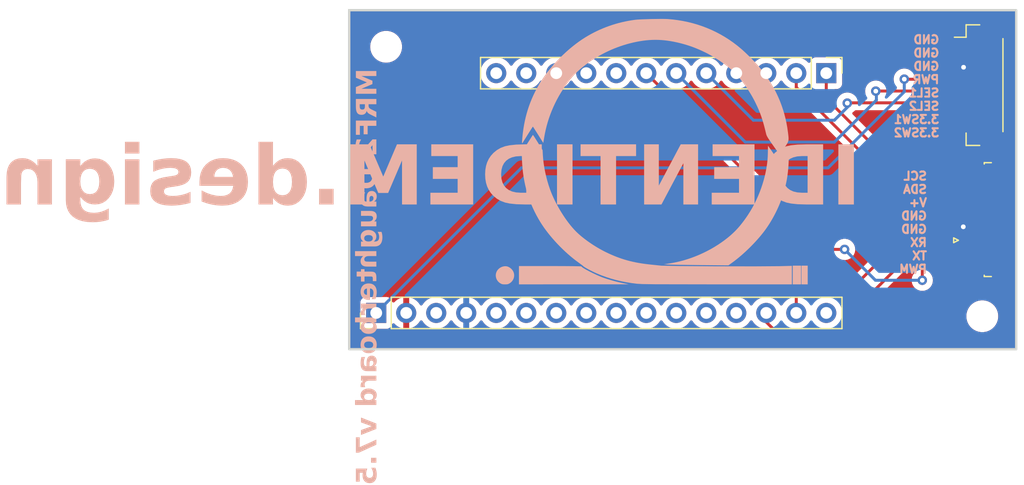
<source format=kicad_pcb>
(kicad_pcb (version 20241229) (generator "pcbnew") (generator_version "9.0")
  (layers (0 "F.Cu" signal) (2 "B.Cu" signal) (13 "F.Paste" user) (15 "B.Paste" user) (5 "F.SilkS" user "F.Silkscreen") (7 "B.SilkS" user "B.Silkscreen") (1 "F.Mask" user) (3 "B.Mask" user) (25 "Edge.Cuts" user))
  (net 0 "")
  (net 1 "Net-(J2-Pin_6)")
  (net 2 "/GND")
  (net 3 "Net-(J1-Pin_1)")
  (net 6 "/3.3V")
  (net 15 "Net-(J1-Pin_14)")
  (net 16 "Net-(J1-Pin_15)")
  (net 18 "Net-(J2-Pin_1)")
  (net 19 "Net-(J2-Pin_2)")
  (net 22 "Net-(J2-Pin_5)")
  (net 23 "Net-(J2-Pin_7)")
  (net 29 "Net-(J3-Pin_6)")
  (footprint "Connector_PinHeader_2.54mm:PinHeader_1x12_P2.54mm_Vertical" (layer "F.Cu") (at 146.05 101.6 -90)
    (property "Reference" "J2" (hide yes))
    (property "Value" "Feather-2" (hide yes))
    (fp_line (start -1.33 29.27) (end 1.33 29.27) (stroke (width 0.12)) (layer "F.SilkS"))
    (fp_line (start -1.33 1.27) (end -1.33 29.27) (stroke (width 0.12)) (layer "F.SilkS"))
    (fp_line (start -1.33 1.27) (end 1.33 1.27) (stroke (width 0.12)) (layer "F.SilkS"))
    (fp_line (start 1.33 1.27) (end 1.33 29.27) (stroke (width 0.12)) (layer "F.SilkS"))
    (fp_line (start -1.33 0) (end -1.33 -1.33) (stroke (width 0.12)) (layer "F.SilkS"))
    (fp_line (start -1.33 -1.33) (end 0 -1.33) (stroke (width 0.12)) (layer "F.SilkS"))
    (pad "1" thru_hole rect (at 0 0 270) (size 1.7 1.7) (drill 1) (layers "*.Cu" "*.Mask") (net 18 "Net-(J2-Pin_1)"))
    (pad "2" thru_hole oval (at 0 2.54 270) (size 1.7 1.7) (drill 1) (layers "*.Cu" "*.Mask") (net 19 "Net-(J2-Pin_2)"))
    (pad "3" thru_hole oval (at 0 5.08 270) (size 1.7 1.7) (drill 1) (layers "*.Cu" "*.Mask"))
    (pad "4" thru_hole oval (at 0 7.62 270) (size 1.7 1.7) (drill 1) (layers "*.Cu" "*.Mask"))
    (pad "5" thru_hole oval (at 0 10.16 270) (size 1.7 1.7) (drill 1) (layers "*.Cu" "*.Mask") (net 22 "Net-(J2-Pin_5)"))
    (pad "6" thru_hole oval (at 0 12.7 270) (size 1.7 1.7) (drill 1) (layers "*.Cu" "*.Mask") (net 1 "Net-(J2-Pin_6)"))
    (pad "7" thru_hole oval (at 0 15.24 270) (size 1.7 1.7) (drill 1) (layers "*.Cu" "*.Mask") (net 23 "Net-(J2-Pin_7)"))
    (pad "8" thru_hole oval (at 0 17.78 270) (size 1.7 1.7) (drill 1) (layers "*.Cu" "*.Mask"))
    (pad "9" thru_hole oval (at 0 20.32 270) (size 1.7 1.7) (drill 1) (layers "*.Cu" "*.Mask"))
    (pad "10" thru_hole oval (at 0 22.86 270) (size 1.7 1.7) (drill 1) (layers "*.Cu" "*.Mask"))
    (pad "11" thru_hole oval (at 0 25.4 270) (size 1.7 1.7) (drill 1) (layers "*.Cu" "*.Mask"))
    (pad "12" thru_hole oval (at 0 27.94 270) (size 1.7 1.7) (drill 1) (layers "*.Cu" "*.Mask"))
  )
  (footprint "Connector_JST:JST_SH_BM08B-SRSS-TB_1x08-1MP_P1.00mm_Vertical" (layer "F.Cu") (at 158.9978 102.6154 -90)
    (property "Reference" "J4" (hide yes))
    (property "Value" "Conn_01x08" (hide yes))
    (fp_line (start -5.11 1.11) (end -4.06 1.11) (stroke (width 0.12)) (layer "F.SilkS"))
    (fp_line (start -4.06 1.11) (end -4.06 2.1) (stroke (width 0.12)) (layer "F.SilkS"))
    (fp_line (start 5.11 1.11) (end 4.06 1.11) (stroke (width 0.12)) (layer "F.SilkS"))
    (fp_line (start -5.11 -0.04) (end -5.11 1.11) (stroke (width 0.12)) (layer "F.SilkS"))
    (fp_line (start 5.11 -0.04) (end 5.11 1.11) (stroke (width 0.12)) (layer "F.SilkS"))
    (fp_line (start -3.94 -2.01) (end 3.94 -2.01) (stroke (width 0.12)) (layer "F.SilkS"))
    (pad "1" smd roundrect (at -3.5 1.325 270) (size 0.6 1.55) (layers "F.Cu" "F.Mask" "F.Paste") (net 2 "/GND"))
    (pad "2" smd roundrect (at -2.5 1.325 270) (size 0.6 1.55) (layers "F.Cu" "F.Mask" "F.Paste") (net 2 "/GND"))
    (pad "3" smd roundrect (at -1.5 1.325 270) (size 0.6 1.55) (layers "F.Cu" "F.Mask" "F.Paste") (net 2 "/GND"))
    (pad "4" smd roundrect (at -0.5 1.325 270) (size 0.6 1.55) (layers "F.Cu" "F.Mask" "F.Paste") (net 3 "Net-(J1-Pin_1)"))
    (pad "5" smd roundrect (at 0.5 1.325 270) (size 0.6 1.55) (layers "F.Cu" "F.Mask" "F.Paste") (net 1 "Net-(J2-Pin_6)"))
    (pad "6" smd roundrect (at 1.5 1.325 270) (size 0.6 1.55) (layers "F.Cu" "F.Mask" "F.Paste") (net 22 "Net-(J2-Pin_5)"))
    (pad "7" smd roundrect (at 2.5 1.325 270) (size 0.6 1.55) (layers "F.Cu" "F.Mask" "F.Paste") (net 6 "/3.3V"))
    (pad "8" smd roundrect (at 3.5 1.325 270) (size 0.6 1.55) (layers "F.Cu" "F.Mask" "F.Paste") (net 29 "Net-(J3-Pin_6)"))
    (pad "MP" smd roundrect (at -4.8 -1.2 270) (size 1.2 1.8) (layers "F.Cu" "F.Mask" "F.Paste") (roundrect_rratio 0.208333))
    (pad "MP" smd roundrect (at 4.8 -1.2 270) (size 1.2 1.8) (layers "F.Cu" "F.Mask" "F.Paste") (roundrect_rratio 0.208333))
  )
  (footprint "Connector_PinHeader_2.54mm:PinHeader_1x16_P2.54mm_Vertical" (layer "F.Cu") (at 107.95 121.92 90)
    (property "Reference" "J1" (hide yes))
    (property "Value" "Feather-1" (hide yes))
    (fp_line (start -1.33 -1.33) (end 0 -1.33) (stroke (width 0.12)) (layer "F.SilkS"))
    (fp_line (start -1.33 0) (end -1.33 -1.33) (stroke (width 0.12)) (layer "F.SilkS"))
    (fp_line (start 1.33 1.27) (end 1.33 39.43) (stroke (width 0.12)) (layer "F.SilkS"))
    (fp_line (start -1.33 1.27) (end 1.33 1.27) (stroke (width 0.12)) (layer "F.SilkS"))
    (fp_line (start -1.33 1.27) (end -1.33 39.43) (stroke (width 0.12)) (layer "F.SilkS"))
    (fp_line (start -1.33 39.43) (end 1.33 39.43) (stroke (width 0.12)) (layer "F.SilkS"))
    (pad "1" thru_hole rect (at 0 0 90) (size 1.7 1.7) (drill 1) (layers "*.Cu" "*.Mask") (net 3 "Net-(J1-Pin_1)"))
    (pad "2" thru_hole oval (at 0 2.54 90) (size 1.7 1.7) (drill 1) (layers "*.Cu" "*.Mask") (net 6 "/3.3V"))
    (pad "3" thru_hole oval (at 0 5.08 90) (size 1.7 1.7) (drill 1) (layers "*.Cu" "*.Mask"))
    (pad "4" thru_hole oval (at 0 7.62 90) (size 1.7 1.7) (drill 1) (layers "*.Cu" "*.Mask") (net 2 "/GND"))
    (pad "5" thru_hole oval (at 0 10.16 90) (size 1.7 1.7) (drill 1) (layers "*.Cu" "*.Mask"))
    (pad "6" thru_hole oval (at 0 12.7 90) (size 1.7 1.7) (drill 1) (layers "*.Cu" "*.Mask"))
    (pad "7" thru_hole oval (at 0 15.24 90) (size 1.7 1.7) (drill 1) (layers "*.Cu" "*.Mask"))
    (pad "8" thru_hole oval (at 0 17.78 90) (size 1.7 1.7) (drill 1) (layers "*.Cu" "*.Mask"))
    (pad "9" thru_hole oval (at 0 20.32 90) (size 1.7 1.7) (drill 1) (layers "*.Cu" "*.Mask"))
    (pad "10" thru_hole oval (at 0 22.86 90) (size 1.7 1.7) (drill 1) (layers "*.Cu" "*.Mask"))
    (pad "11" thru_hole oval (at 0 25.4 90) (size 1.7 1.7) (drill 1) (layers "*.Cu" "*.Mask"))
    (pad "12" thru_hole oval (at 0 27.94 90) (size 1.7 1.7) (drill 1) (layers "*.Cu" "*.Mask"))
    (pad "13" thru_hole oval (at 0 30.48 90) (size 1.7 1.7) (drill 1) (layers "*.Cu" "*.Mask"))
    (pad "14" thru_hole oval (at 0 33.02 90) (size 1.7 1.7) (drill 1) (layers "*.Cu" "*.Mask") (net 15 "Net-(J1-Pin_14)"))
    (pad "15" thru_hole oval (at 0 35.56 90) (size 1.7 1.7) (drill 1) (layers "*.Cu" "*.Mask") (net 16 "Net-(J1-Pin_15)"))
    (pad "16" thru_hole oval (at 0 38.1 90) (size 1.7 1.7) (drill 1) (layers "*.Cu" "*.Mask"))
  )
  (footprint "MountingHole:MountingHole_2.2mm_M2" (layer "F.Cu") (at 159.258 122.1994)
    (property "Reference" "REF**" (hide yes))
    (property "Value" "MountingHole_2.2mm_M2" (hide yes))
    (pad "" np_thru_hole circle (at 0 0) (size 2.2 2.2) (drill 2.2) (layers "*.Cu" "*.Mask"))
  )
  (footprint "MountingHole:MountingHole_2.2mm_M2" (layer "F.Cu") (at 108.7882 99.3648)
    (property "Reference" "REF**" (hide yes))
    (property "Value" "MountingHole_2.2mm_M2" (hide yes))
    (pad "" np_thru_hole circle (at 0 0) (size 2.2 2.2) (drill 2.2) (layers "*.Cu" "*.Mask"))
  )
  (footprint "Connector_FFC-FPC:TE_0-1734839-8_1x08-1MP_P0.5mm_Horizontal" (layer "F.Cu") (at 157.384 114.0116 90)
    (property "Reference" "J3" (hide yes))
    (property "Value" "FPC 8P Connector" (hide yes))
    (fp_line (start -1.55 -0.55) (end -1.95 -0.55) (stroke (width 0.12)) (layer "F.SilkS"))
    (fp_line (start -1.95 -0.55) (end -1.75 -0.15) (stroke (width 0.12)) (layer "F.SilkS"))
    (fp_line (start -1.75 -0.15) (end -1.55 -0.55) (stroke (width 0.12)) (layer "F.SilkS"))
    (fp_line (start 4.825 2.04) (end 4.825 2.64) (stroke (width 0.12)) (layer "F.SilkS"))
    (fp_line (start 4.715 2.04) (end 4.825 2.04) (stroke (width 0.12)) (layer "F.SilkS"))
    (fp_line (start -4.715 2.04) (end -4.825 2.04) (stroke (width 0.12)) (layer "F.SilkS"))
    (fp_line (start -4.825 2.04) (end -4.825 2.64) (stroke (width 0.12)) (layer "F.SilkS"))
    (pad "1" smd rect (at -1.75 -1.35 90) (size 0.3 1.1) (layers "F.Cu" "F.Mask" "F.Paste") (net 23 "Net-(J2-Pin_7)"))
    (pad "2" smd rect (at -1.25 -1.35 90) (size 0.3 1.1) (layers "F.Cu" "F.Mask" "F.Paste") (net 15 "Net-(J1-Pin_14)"))
    (pad "3" smd rect (at -0.75 -1.35 90) (size 0.3 1.1) (layers "F.Cu" "F.Mask" "F.Paste") (net 16 "Net-(J1-Pin_15)"))
    (pad "4" smd rect (at -0.25 -1.35 90) (size 0.3 1.1) (layers "F.Cu" "F.Mask" "F.Paste") (net 2 "/GND"))
    (pad "5" smd rect (at 0.25 -1.35 90) (size 0.3 1.1) (layers "F.Cu" "F.Mask" "F.Paste") (net 2 "/GND"))
    (pad "6" smd rect (at 0.75 -1.35 90) (size 0.3 1.1) (layers "F.Cu" "F.Mask" "F.Paste") (net 29 "Net-(J3-Pin_6)"))
    (pad "7" smd rect (at 1.25 -1.35 90) (size 0.3 1.1) (layers "F.Cu" "F.Mask" "F.Paste") (net 18 "Net-(J2-Pin_1)"))
    (pad "8" smd rect (at 1.75 -1.35 90) (size 0.3 1.1) (layers "F.Cu" "F.Mask" "F.Paste") (net 19 "Net-(J2-Pin_2)"))
    (pad "MP" smd rect (at -3.42 0.35 90) (size 2.3 3.1) (layers "F.Cu" "F.Mask" "F.Paste"))
    (pad "MP" smd rect (at 3.42 0.35 90) (size 2.3 3.1) (layers "F.Cu" "F.Mask" "F.Paste"))
  )
  (gr_poly (pts (xy 118.857476 117.960971) (xy 118.82718 117.962376) (xy 118.796869 117.964998) (xy 118.766589 117.968819) (xy 118.736385 117.973821) (xy 118.706303 117.979985) (xy 118.676387 117.987295) (xy 118.646683 117.99573) (xy 118.617237 118.005274) (xy 118.588092 118.015909) (xy 118.559296 118.027616) (xy 118.530891 118.040377) (xy 118.502925 118.054174) (xy 118.475442 118.068989) (xy 118.448488 118.084804) (xy 118.422107 118.101601) (xy 118.396345 118.119362) (xy 118.371246 118.138069) (xy 118.346858 118.157703) (xy 118.323223 118.178246) (xy 118.300389 118.199681) (xy 118.278399 118.22199) (xy 118.257299 118.245153) (xy 118.237135 118.269154) (xy 118.217951 118.293974) (xy 118.199793 118.319595) (xy 118.182706 118.345998) (xy 118.16317 118.379401) (xy 118.145561 118.413421) (xy 118.129864 118.447993) (xy 118.116064 118.483051) (xy 118.104145 118.51853) (xy 118.094091 118.554365) (xy 118.085887 118.590491) (xy 118.079518 118.626842) (xy 118.074968 118.663353) (xy 118.072221 118.69996) (xy 118.071263 118.736596) (xy 118.072076 118.773196) (xy 118.074647 118.809696) (xy 118.07896 118.846029) (xy 118.084998 118.882132) (xy 118.092747 118.917938) (xy 118.10219 118.953382) (xy 118.113314 118.988399) (xy 118.126101 119.022924) (xy 118.140537 119.056892) (xy 118.156605 119.090237) (xy 118.174292 119.122894) (xy 118.19358 119.154798) (xy 118.214454 119.185883) (xy 118.2369 119.216085) (xy 118.260901 119.245338) (xy 118.286442 119.273576) (xy 118.313507 119.300735) (xy 118.342082 119.32675) (xy 118.37215 119.351555) (xy 118.403696 119.375085) (xy 118.436704 119.397274) (xy 118.46223 119.412957) (xy 118.486128 119.426992) (xy 118.508754 119.439466) (xy 118.530466 119.450467) (xy 118.55162 119.460083) (xy 118.572572 119.468403) (xy 118.59368 119.475512) (xy 118.615298 119.481501) (xy 118.637785 119.486456) (xy 118.661497 119.490465) (xy 118.68679 119.493617) (xy 118.714021 119.495998) (xy 118.743546 119.497698) (xy 118.775722 119.498803) (xy 118.849454 119.499581) (xy 118.888002 119.499401) (xy 118.923186 119.498803) (xy 118.955363 119.497698) (xy 118.984888 119.495998) (xy 119.012119 119.493617) (xy 119.037412 119.490465) (xy 119.061124 119.486456) (xy 119.083611 119.481501) (xy 119.10523 119.475512) (xy 119.126338 119.468403) (xy 119.14729 119.460083) (xy 119.168444 119.450467) (xy 119.190156 119.439466) (xy 119.212783 119.426992) (xy 119.236681 119.412957) (xy 119.262207 119.397274) (xy 119.294585 119.375426) (xy 119.325562 119.352256) (xy 119.355121 119.327827) (xy 119.383247 119.302204) (xy 119.409924 119.275449) (xy 119.435134 119.247625) (xy 119.458863 119.218797) (xy 119.481094 119.189026) (xy 119.501811 119.158377) (xy 119.520998 119.126913) (xy 119.538638 119.094697) (xy 119.554716 119.061792) (xy 119.569215 119.028262) (xy 119.582119 118.99417) (xy 119.593412 118.959579) (xy 119.603078 118.924553) (xy 119.6111 118.889155) (xy 119.617463 118.853448) (xy 119.622151 118.817496) (xy 119.625147 118.781361) (xy 119.626434 118.745108) (xy 119.625998 118.708799) (xy 119.623822 118.672497) (xy 119.619889 118.636267) (xy 119.614184 118.600171) (xy 119.60669 118.564273) (xy 119.597391 118.528635) (xy 119.586272 118.493322) (xy 119.573315 118.458397) (xy 119.558505 118.423922) (xy 119.541826 118.389962) (xy 119.523261 118.356579) (xy 119.50295 118.323814) (xy 119.480494 118.291742) (xy 119.456064 118.260476) (xy 119.429831 118.23013) (xy 119.401964 118.200818) (xy 119.372635 118.172653) (xy 119.342014 118.145748) (xy 119.310272 118.120219) (xy 119.277579 118.096177) (xy 119.244105 118.073738) (xy 119.210022 118.053014) (xy 119.175499 118.03412) (xy 119.140708 118.017169) (xy 119.105818 118.002274) (xy 119.071001 117.98955) (xy 119.036426 117.97911) (xy 119.007164 117.972833) (xy 118.977617 117.967882) (xy 118.947829 117.964238) (xy 118.917846 117.961884) (xy 118.887714 117.960801)) (fill yes) (layer "B.SilkS"))
  (gr_poly (pts (xy 143.949594 119.499581) (xy 144.478761 119.499581) (xy 144.478761 117.912081) (xy 143.949594 117.912081)) (fill yes) (layer "B.SilkS"))
  (gr_poly (pts (xy 120.031263 119.499581) (xy 124.677346 119.496053) (xy 129.326955 119.496053) (xy 128.833066 119.393746) (xy 128.615019 119.346225) (xy 128.393748 119.294032) (xy 128.17165 119.237788) (xy 127.951122 119.178112) (xy 127.734564 119.115625) (xy 127.524371 119.050947) (xy 127.322943 118.984698) (xy 127.132677 118.917498) (xy 127.005382 118.868512) (xy 126.868548 118.812354) (xy 126.724624 118.750283) (xy 126.57606 118.683562) (xy 126.274807 118.54121) (xy 125.984386 118.395387) (xy 125.724391 118.256177) (xy 125.611928 118.192205) (xy 125.51442 118.13367) (xy 125.434317 118.081832) (xy 125.374067 118.037952) (xy 125.336121 118.003291) (xy 125.326277 117.989812) (xy 125.322928 117.97911) (xy 125.275076 117.972681) (xy 125.135239 117.966707) (xy 124.601938 117.95662) (xy 123.767674 117.94984) (xy 122.677094 117.947359) (xy 120.031263 117.947359)) (fill yes) (layer "B.SilkS"))
  (gr_poly (pts (xy 121.200988 106.850059) (xy 121.17134 106.893619) (xy 121.067105 107.053581) (xy 120.915907 107.290272) (xy 120.733289 107.579218) (xy 120.267621 108.323582) (xy 120.288788 108.947997) (xy 120.307735 109.317135) (xy 120.336847 109.679921) (xy 120.376201 110.03662) (xy 120.425875 110.387495) (xy 120.485946 110.73281) (xy 120.556492 111.072828) (xy 120.63759 111.407813) (xy 120.729319 111.738028) (xy 120.831754 112.063737) (xy 120.944975 112.385203) (xy 121.069058 112.702691) (xy 121.204081 113.016462) (xy 121.350121 113.326782) (xy 121.507256 113.633913) (xy 121.675564 113.93812) (xy 121.855121 114.239664) (xy 122.001368 114.467385) (xy 122.159082 114.697503) (xy 122.32741 114.92911) (xy 122.5055 115.161296) (xy 122.692499 115.393151) (xy 122.887554 115.623765) (xy 123.089813 115.85223) (xy 123.298423 116.077636) (xy 123.512532 116.299073) (xy 123.731286 116.515632) (xy 123.953833 116.726403) (xy 124.179321 116.930476) (xy 124.406896 117.126943) (xy 124.635707 117.314894) (xy 124.8649 117.493419) (xy 125.093622 117.661608) (xy 125.221062 117.755426) (xy 125.335274 117.840644) (xy 125.383285 117.87734) (xy 125.423028 117.908663) (xy 125.45285 117.933536) (xy 125.463523 117.943218) (xy 125.471096 117.950884) (xy 125.496262 117.973323) (xy 125.532693 118.000584) (xy 125.635136 118.067357) (xy 125.769991 118.14678) (xy 125.928823 118.234431) (xy 126.1032 118.325884) (xy 126.284688 118.416718) (xy 126.464853 118.502509) (xy 126.635262 118.578832) (xy 127.031379 118.740124) (xy 127.432209 118.885582) (xy 127.839157 119.015579) (xy 128.253629 119.130487) (xy 128.677031 119.230677) (xy 129.110769 119.316522) (xy 129.556247 119.388394) (xy 130.014872 119.446664) (xy 130.492169 119.47428) (xy 131.549896 119.490321) (xy 136.8129 119.499581) (xy 143.138205 119.499581) (xy 143.138205 117.92972) (xy 142.072817 117.957943) (xy 139.966789 117.972659) (xy 136.704862 117.967202) (xy 133.632774 117.946532) (xy 132.096262 117.915609) (xy 131.698945 117.87504) (xy 131.214316 117.823885) (xy 130.935453 117.793629) (xy 130.665829 117.7596) (xy 130.404598 117.721582) (xy 130.150911 117.679357) (xy 129.903922 117.632709) (xy 129.662783 117.58142) (xy 129.426646 117.525273) (xy 129.194663 117.464052) (xy 128.965988 117.397539) (xy 128.739773 117.325518) (xy 128.51517 117.247771) (xy 128.291332 117.164081) (xy 128.067411 117.074231) (xy 127.84256 116.978004) (xy 127.615932 116.875184) (xy 127.386678 116.765553) (xy 127.212739 116.678193) (xy 127.037958 116.58576) (xy 126.862981 116.488716) (xy 126.688453 116.387529) (xy 126.515021 116.282662) (xy 126.34333 116.17458) (xy 126.174027 116.06375) (xy 126.007757 115.950635) (xy 125.845167 115.835702) (xy 125.686902 115.719414) (xy 125.533608 115.602238) (xy 125.385931 115.484638) (xy 125.244518 115.36708) (xy 125.110013 115.250028) (xy 124.983064 115.133947) (xy 124.864316 115.019303) (xy 124.705028 114.852858) (xy 124.545155 114.673147) (xy 124.385438 114.481375) (xy 124.226615 114.278746) (xy 124.069425 114.066463) (xy 123.914606 113.845732) (xy 123.762899 113.617755) (xy 123.615042 113.383737) (xy 123.471773 113.144883) (xy 123.333832 112.902395) (xy 123.201958 112.657479) (xy 123.07689 112.411338) (xy 122.959367 112.165177) (xy 122.850127 111.920198) (xy 122.74991 111.677608) (xy 122.659455 111.438609) (xy 122.541364 111.088842) (xy 122.433733 110.727375) (xy 122.337428 110.358054) (xy 122.25332 109.984723) (xy 122.182275 109.611226) (xy 122.125162 109.241409) (xy 122.082849 108.879116) (xy 122.056205 108.528191) (xy 122.035038 108.122498) (xy 121.749289 107.663886) (xy 121.629896 107.470244) (xy 121.51381 107.284209) (xy 121.347122 107.018304) (xy 121.299387 106.947968) (xy 121.278041 106.916852) (xy 121.258927 106.889539) (xy 121.24246 106.866857) (xy 121.235347 106.857511) (xy 121.229052 106.849632) (xy 121.223624 106.843324) (xy 121.219117 106.83869) (xy 121.217224 106.837034) (xy 121.215581 106.835834) (xy 121.214193 106.835105) (xy 121.213068 106.834859)) (fill yes) (layer "B.SilkS"))
  (gr_poly (pts (xy 131.229751 97.013525) (xy 130.41533 97.040313) (xy 130.094006 97.057801) (xy 129.873761 97.077024) (xy 129.58918 97.117657) (xy 129.306981 97.165453) (xy 129.027231 97.22038) (xy 128.749998 97.282408) (xy 128.475349 97.351504) (xy 128.203351 97.427639) (xy 127.934071 97.510781) (xy 127.667577 97.6009) (xy 127.403934 97.697964) (xy 127.143212 97.801942) (xy 126.885477 97.912804) (xy 126.630796 98.030517) (xy 126.379235 98.155053) (xy 126.130864 98.286378) (xy 125.885748 98.424463) (xy 125.643955 98.569276) (xy 125.377309 98.740423) (xy 125.109868 98.925099) (xy 124.842655 99.12228) (xy 124.576692 99.330945) (xy 124.313002 99.550068) (xy 124.05261 99.778628) (xy 123.796538 100.0156) (xy 123.545809 100.259962) (xy 123.301447 100.510691) (xy 123.064474 100.766763) (xy 122.835915 101.027155) (xy 122.616791 101.290845) (xy 122.408127 101.556808) (xy 122.210945 101.824021) (xy 122.026269 102.091462) (xy 121.855121 102.358108) (xy 121.686767 102.640389) (xy 121.528258 102.925171) (xy 121.379515 103.212722) (xy 121.240461 103.503313) (xy 121.11102 103.79721) (xy 120.991112 104.094684) (xy 120.880662 104.396002) (xy 120.77959 104.701434) (xy 120.68782 105.011248) (xy 120.605275 105.325713) (xy 120.531876 105.645098) (xy 120.467547 105.96967) (xy 120.412209 106.2997) (xy 120.365786 106.635456) (xy 120.328199 106.977206) (xy 120.299372 107.325219) (xy 120.296937 107.364644) (xy 120.294941 107.399682) (xy 120.293411 107.430492) (xy 120.292371 107.457236) (xy 120.291848 107.480073) (xy 120.291789 107.490076) (xy 120.291868 107.499163) (xy 120.29209 107.507353) (xy 120.292456 107.514667) (xy 120.292972 107.521124) (xy 120.293639 107.526744) (xy 120.294461 107.531548) (xy 120.295442 107.535556) (xy 120.296584 107.538787) (xy 120.297216 107.540118) (xy 120.29789 107.541262) (xy 120.298606 107.542222) (xy 120.299365 107.543) (xy 120.300166 107.543599) (xy 120.301011 107.544022) (xy 120.301899 107.544271) (xy 120.302831 107.544348) (xy 120.303807 107.544256) (xy 120.304829 107.543997) (xy 120.305895 107.543574) (xy 120.307007 107.54299) (xy 120.30937 107.541347) (xy 120.31192 107.539087) (xy 120.314661 107.536231) (xy 120.317596 107.532799) (xy 120.320727 107.528811) (xy 120.324059 107.524287) (xy 120.327594 107.519247) (xy 120.37792 107.441856) (xy 120.481494 107.278476) (xy 120.622769 107.052919) (xy 120.786203 106.788998) (xy 120.948647 106.532627) (xy 121.082978 106.32289) (xy 121.135365 106.242227) (xy 121.175639 106.181283) (xy 121.202105 106.142746) (xy 121.20963 106.13272) (xy 121.213068 106.129304) (xy 121.250273 106.183764) (xy 121.34668 106.33215) (xy 121.487405 106.551974) (xy 121.657566 106.820747) (xy 122.091483 107.512193) (xy 122.172623 107.028887) (xy 122.231868 106.701173) (xy 122.302296 106.374518) (xy 122.383679 106.049403) (xy 122.475791 105.726309) (xy 122.578403 105.405716) (xy 122.691288 105.088105) (xy 122.81422 104.773956) (xy 122.94697 104.46375) (xy 123.089311 104.157968) (xy 123.241016 103.85709) (xy 123.401857 103.561596) (xy 123.571607 103.271968) (xy 123.750039 102.988686) (xy 123.936925 102.71223) (xy 124.132038 102.443081) (xy 124.33515 102.181719) (xy 124.473085 102.014845) (xy 124.605852 101.861408) (xy 124.736552 101.718306) (xy 124.868285 101.582438) (xy 125.004152 101.450705) (xy 125.147255 101.320005) (xy 125.300692 101.187238) (xy 125.467566 101.049303) (xy 125.683561 100.880536) (xy 125.905348 100.716982) (xy 126.132603 100.558814) (xy 126.365 100.4062) (xy 126.602213 100.259312) (xy 126.843916 100.118321) (xy 127.089785 99.983396) (xy 127.339493 99.854709) (xy 127.592715 99.73243) (xy 127.849126 99.616729) (xy 128.1084 99.507777) (xy 128.370211 99.405744) (xy 128.634233 99.310801) (xy 128.900142 99.223119) (xy 129.167612 99.142868) (xy 129.436316 99.070219) (xy 129.721689 99.001386) (xy 130.000333 98.941731) (xy 130.273211 98.891253) (xy 130.541282 98.849954) (xy 130.805509 98.817832) (xy 131.066852 98.794887) (xy 131.326273 98.781121) (xy 131.584733 98.776532) (xy 131.843192 98.781121) (xy 132.102613 98.794887) (xy 132.363956 98.817832) (xy 132.628183 98.849954) (xy 132.896255 98.891253) (xy 133.169132 98.941731) (xy 133.447777 99.001386) (xy 133.73315 99.070219) (xy 134.002956 99.143475) (xy 134.263749 99.221032) (xy 134.518094 99.30388) (xy 134.768552 99.393011) (xy 135.017688 99.489419) (xy 135.268063 99.594095) (xy 135.522243 99.708031) (xy 135.782788 99.83222) (xy 135.956727 99.919579) (xy 136.131508 100.012012) (xy 136.306485 100.109055) (xy 136.481013 100.210243) (xy 136.654445 100.31511) (xy 136.826136 100.423191) (xy 136.995439 100.534022) (xy 137.161709 100.647136) (xy 137.324299 100.76207) (xy 137.482564 100.878357) (xy 137.635858 100.995534) (xy 137.783535 101.113134) (xy 137.924948 101.230692) (xy 138.059453 101.347745) (xy 138.186402 101.463826) (xy 138.30515 101.57847) (xy 138.419794 101.697218) (xy 138.535875 101.824167) (xy 138.652927 101.958671) (xy 138.770486 102.100085) (xy 139.005262 102.401055) (xy 139.236483 102.72191) (xy 139.460428 103.057483) (xy 139.673376 103.402606) (xy 139.774564 103.577134) (xy 139.871607 103.752111) (xy 139.964041 103.926892) (xy 140.0514 104.100831) (xy 140.199457 104.409856) (xy 140.330976 104.705734) (xy 140.449267 104.99814) (xy 140.557636 105.296747) (xy 140.65939 105.611229) (xy 140.757837 105.95126) (xy 140.856284 106.326514) (xy 140.958039 106.746664) (xy 140.976842 106.813685) (xy 140.98913 106.84803) (xy 141.003955 106.883971) (xy 141.021777 106.92229) (xy 141.043057 106.963767) (xy 141.097827 107.059313) (xy 141.171945 107.176853) (xy 141.26909 107.322629) (xy 141.392941 107.502884) (xy 141.547177 107.723859) (xy 141.655926 107.878448) (xy 141.758348 108.022618) (xy 141.852089 108.153229) (xy 141.934792 108.267137) (xy 142.004101 108.361202) (xy 142.057658 108.432281) (xy 142.093108 108.477233) (xy 142.103306 108.488929) (xy 142.108094 108.492915) (xy 142.112568 108.490068) (xy 142.120566 108.481718) (xy 142.146349 108.449644) (xy 142.183873 108.398967) (xy 142.231567 108.331959) (xy 142.35118 108.158051) (xy 142.492622 107.946108) (xy 142.629385 107.739582) (xy 142.684013 107.6547) (xy 142.730141 107.57911) (xy 142.768268 107.510588) (xy 142.798898 107.446914) (xy 142.82253 107.385866) (xy 142.839667 107.32522) (xy 142.85081 107.262755) (xy 142.856459 107.196249) (xy 142.857116 107.12348) (xy 142.853282 107.042226) (xy 142.845459 106.950264) (xy 142.834148 106.845373) (xy 142.803067 106.587914) (xy 142.747766 106.19897) (xy 142.678492 105.814125) (xy 142.595327 105.433589) (xy 142.498355 105.057575) (xy 142.387657 104.686294) (xy 142.263316 104.319959) (xy 142.125416 103.958781) (xy 141.974039 103.602973) (xy 141.809266 103.252745) (xy 141.631183 102.90831) (xy 141.439869 102.569881) (xy 141.23541 102.237667) (xy 141.017887 101.911883) (xy 140.787382 101.592738) (xy 140.543979 101.280446) (xy 140.28776 100.975218) (xy 140.138333 100.807428) (xy 139.964804 100.621118) (xy 139.77449 100.423563) (xy 139.574709 100.222039) (xy 139.372778 100.023822) (xy 139.176015 99.836188) (xy 138.991737 99.666414) (xy 138.827261 99.521776) (xy 138.4991 99.251839) (xy 138.16171 98.996412) (xy 137.815369 98.755621) (xy 137.460357 98.529588) (xy 137.096953 98.318438) (xy 136.725436 98.122295) (xy 136.346085 97.941282) (xy 135.959178 97.775525) (xy 135.564995 97.625147) (xy 135.163816 97.490271) (xy 134.755918 97.371022) (xy 134.341582 97.267525) (xy 133.921085 97.179902) (xy 133.494708 97.108279) (xy 133.062729 97.052778) (xy 132.625428 97.013525) (xy 132.387819 97.004967) (xy 132.054093 97.002611)) (fill yes) (layer "B.SilkS"))
  (gr_poly (pts (xy 143.208761 119.499581) (xy 143.914317 119.499581) (xy 143.914317 117.912081) (xy 143.208761 117.912081)) (fill yes) (layer "B.SilkS"))
  (gr_poly (pts (xy 141.115466 107.763766) (xy 141.114143 107.79728) (xy 141.111497 107.920532) (xy 141.106205 108.327108) (xy 141.096924 108.648137) (xy 141.073298 108.975454) (xy 141.035698 109.307909) (xy 140.984497 109.644347) (xy 140.920067 109.983618) (xy 140.84278 110.324568) (xy 140.753007 110.666045) (xy 140.651122 111.006897) (xy 140.537496 111.345971) (xy 140.412501 111.682115) (xy 140.276509 112.014176) (xy 140.129893 112.341003) (xy 139.973024 112.661443) (xy 139.806274 112.974343) (xy 139.630016 113.278551) (xy 139.444622 113.572915) (xy 139.33711 113.73331) (xy 139.231267 113.886708) (xy 139.126695 114.033553) (xy 139.022997 114.174291) (xy 138.919774 114.309364) (xy 138.816629 114.439218) (xy 138.713163 114.564298) (xy 138.60898 114.685046) (xy 138.503679 114.801909) (xy 138.396865 114.91533) (xy 138.288139 115.025754) (xy 138.177103 115.133625) (xy 138.063358 115.239388) (xy 137.946509 115.343487) (xy 137.826155 115.446366) (xy 137.7019 115.54847) (xy 137.435008 115.755657) (xy 137.158726 115.954978) (xy 136.873834 116.146093) (xy 136.581114 116.328661) (xy 136.281345 116.50234) (xy 135.975307 116.66679) (xy 135.663782 116.821669) (xy 135.347549 116.966637) (xy 135.027388 117.101352) (xy 134.704081 117.225474) (xy 134.378407 117.338661) (xy 134.051146 117.440572) (xy 133.723079 117.530866) (xy 133.394986 117.609202) (xy 133.067648 117.67524) (xy 132.741844 117.728637) (xy 132.29029 117.795663) (xy 132.695983 117.81683) (xy 133.037406 117.828516) (xy 133.667886 117.841525) (xy 135.433539 117.866219) (xy 137.765399 117.887386) (xy 138.079373 117.661608) (xy 138.260812 117.527462) (xy 138.444773 117.384836) (xy 138.630471 117.23451) (xy 138.817119 117.077265) (xy 139.003933 116.91388) (xy 139.190126 116.745137) (xy 139.374914 116.571815) (xy 139.557511 116.394695) (xy 139.737132 116.214557) (xy 139.91299 116.032181) (xy 140.084301 115.848348) (xy 140.250279 115.663838) (xy 140.410138 115.479432) (xy 140.563093 115.295909) (xy 140.708359 115.11405) (xy 140.84515 114.934635) (xy 140.972317 114.758394) (xy 141.097014 114.576587) (xy 141.219003 114.389685) (xy 141.338047 114.198158) (xy 141.453907 114.002476) (xy 141.566346 113.803109) (xy 141.675127 113.600528) (xy 141.780011 113.395203) (xy 141.880761 113.187604) (xy 141.97714 112.978202) (xy 142.068908 112.767466) (xy 142.15583 112.555867) (xy 142.237666 112.343875) (xy 142.31418 112.131961) (xy 142.385133 111.920594) (xy 142.450289 111.710246) (xy 142.547489 111.361768) (xy 142.630591 111.019243) (xy 142.700382 110.67738) (xy 142.757646 110.330886) (xy 142.80317 109.97447) (xy 142.837738 109.602841) (xy 142.862136 109.210707) (xy 142.87715 108.792776) (xy 142.898316 108.016665) (xy 142.513789 108.588165) (xy 142.437335 108.703878) (xy 142.365181 108.811407) (xy 142.29898 108.908517) (xy 142.240386 108.992977) (xy 142.191052 109.062554) (xy 142.152633 109.115016) (xy 142.138032 109.134131) (xy 142.126781 109.14813) (xy 142.119084 109.156734) (xy 142.116634 109.158926) (xy 142.11515 109.159664) (xy 142.110686 109.156005) (xy 142.101432 109.14527) (xy 142.069564 109.104046) (xy 141.959487 108.952847) (xy 141.801123 108.72955) (xy 141.610678 108.457636) (xy 141.420894 108.183682) (xy 141.264514 107.959338) (xy 141.157744 107.807753) (xy 141.128027 107.766481) (xy 141.116789 107.752081)) (fill yes) (layer "B.SilkS"))
  (gr_rect (start 105.664 96.266) (end 162.1282 124.9934) (stroke (width 0.2)) (fill no) (layer "Edge.Cuts"))
  (gr_text "\nMRF2 Daughterboard v7.5\n" (at 108.25 101.2 90) (layer "B.SilkS") (effects (font (size 1.7 1.7) (thickness 0.25) (bold yes)) (justify left bottom mirror)))
  (gr_text "GND\nGND\nGND\nPWR\nSEL1\nSEL2\n3.3SW1\n3.3SW2" (at 155.702 107.061 0) (layer "B.SilkS") (effects (font (size 0.7 0.7) (thickness 0.175) (bold yes)) (justify left bottom mirror)))
  (gr_text "SCL\nSDA\nV+\nGND\nGND\nRX\nTX\nPWM" (at 154.6606 118.618 0) (layer "B.SilkS") (effects (font (size 0.7 0.7) (thickness 0.175) (bold yes)) (justify left bottom mirror)))
  (gr_text "IDENTIDEM.design" (at 149.03 113.58 0) (layer "B.SilkS") (effects (font (size 5 5) (thickness 0.6) (bold yes)) (justify left bottom mirror)))
  (segment (start 150.2496 103.1154) (end 157.6728 103.1154) (width 0.25) (layer "F.Cu") (net 1))
  (segment (start 150.241 103.124) (end 150.2496 103.1154) (width 0.25) (layer "F.Cu") (net 1))
  (via (at 150.241 103.124) (size 0.8) (drill 0.4) (layers "F.Cu" "B.Cu") (net 1))
  (segment (start 146.7358 107.442) (end 139.192 107.442) (width 0.25) (layer "B.Cu") (net 1))
  (segment (start 139.192 107.442) (end 133.35 101.6) (width 0.25) (layer "B.Cu") (net 1))
  (segment (start 150.241 103.124) (end 150.2918 103.1748) (width 0.25) (layer "B.Cu") (net 1))
  (segment (start 150.2918 103.1748) (end 150.2918 103.886) (width 0.25) (layer "B.Cu") (net 1))
  (segment (start 150.2918 103.886) (end 146.7358 107.442) (width 0.25) (layer "B.Cu") (net 1))
  (segment (start 157.65 114.62) (end 157.2916 114.2616) (width 0.25) (layer "F.Cu") (net 2))
  (segment (start 156.034 113.7616) (end 156.034 114.2616) (width 0.25) (layer "F.Cu") (net 2))
  (segment (start 157.6728 99.1154) (end 157.6728 100.1154) (width 0.25) (layer "F.Cu") (net 2))
  (segment (start 157.6728 100.1154) (end 157.6728 101.1) (width 0.25) (layer "F.Cu") (net 2))
  (segment (start 157.6728 101.1) (end 157.6728 101.1154) (width 0.25) (layer "F.Cu") (net 2))
  (segment (start 156.058 113.7376) (end 156.034 113.7616) (width 0.25) (layer "F.Cu") (net 2))
  (segment (start 157.2916 114.2616) (end 156.034 114.2616) (width 0.25) (layer "F.Cu") (net 2))
  (via (at 157.65 114.62) (size 0.8) (drill 0.4) (layers "F.Cu" "B.Cu") (net 2))
  (via (at 157.6728 101.1) (size 0.8) (drill 0.4) (layers "F.Cu" "B.Cu") (net 2))
  (segment (start 152.654 102.108) (end 152.6614 102.1154) (width 0.25) (layer "F.Cu") (net 3))
  (segment (start 152.6614 102.1154) (end 157.6728 102.1154) (width 0.25) (layer "F.Cu") (net 3))
  (via (at 152.654 102.108) (size 0.8) (drill 0.4) (layers "F.Cu" "B.Cu") (net 3))
  (segment (start 152.654 102.108) (end 152.654 103.1748) (width 0.25) (layer "B.Cu") (net 3))
  (segment (start 152.654 103.1748) (end 146.2024 109.6264) (width 0.25) (layer "B.Cu") (net 3))
  (segment (start 146.2024 109.6264) (end 120.2436 109.6264) (width 0.25) (layer "B.Cu") (net 3))
  (segment (start 120.2436 109.6264) (end 107.95 121.92) (width 0.25) (layer "B.Cu") (net 3))
  (segment (start 110.6424 121.92) (end 110.49 121.92) (width 0.25) (layer "F.Cu") (net 6))
  (segment (start 140.97 122.69) (end 141.7 123.42) (width 0.25) (layer "F.Cu") (net 15))
  (segment (start 140.97 121.92) (end 140.97 122.69) (width 0.25) (layer "F.Cu") (net 15))
  (segment (start 146.709 123.42) (end 154.8674 115.2616) (width 0.25) (layer "F.Cu") (net 15))
  (segment (start 141.7 123.42) (end 146.709 123.42) (width 0.25) (layer "F.Cu") (net 15))
  (segment (start 154.8674 115.2616) (end 156.034 115.2616) (width 0.25) (layer "F.Cu") (net 15))
  (segment (start 144.3224 119.2276) (end 148.844 119.2276) (width 0.25) (layer "F.Cu") (net 16))
  (segment (start 143.51 120.04) (end 144.3224 119.2276) (width 0.25) (layer "F.Cu") (net 16))
  (segment (start 143.51 121.92) (end 143.51 120.04) (width 0.25) (layer "F.Cu") (net 16))
  (segment (start 153.31 114.7616) (end 156.034 114.7616) (width 0.25) (layer "F.Cu") (net 16))
  (segment (start 148.844 119.2276) (end 153.31 114.7616) (width 0.25) (layer "F.Cu") (net 16))
  (segment (start 156.2724 109.1068) (end 156.6926 108.6866) (width 0.25) (layer "F.Cu") (net 18))
  (segment (start 146.1262 101.5238) (end 146.05 101.6) (width 0.25) (layer "F.Cu") (net 18))
  (segment (start 158.914 112.7616) (end 156.034 112.7616) (width 0.25) (layer "F.Cu") (net 18))
  (segment (start 159.4866 108.6866) (end 161.1376 110.3376) (width 0.25) (layer "F.Cu") (net 18))
  (segment (start 161.1376 110.3376) (end 161.1376 110.538) (width 0.25) (layer "F.Cu") (net 18))
  (segment (start 161.1376 110.538) (end 158.914 112.7616) (width 0.25) (layer "F.Cu") (net 18))
  (segment (start 151.413895 109.1068) (end 156.2724 109.1068) (width 0.25) (layer "F.Cu") (net 18))
  (segment (start 146.05 101.6) (end 146.05 103.742905) (width 0.25) (layer "F.Cu") (net 18))
  (segment (start 146.05 103.742905) (end 151.413895 109.1068) (width 0.25) (layer "F.Cu") (net 18))
  (segment (start 156.6926 108.6866) (end 159.4866 108.6866) (width 0.25) (layer "F.Cu") (net 18))
  (segment (start 143.51 101.6) (end 143.51 102.802081) (width 0.25) (layer "F.Cu") (net 19))
  (segment (start 152.969519 112.2616) (end 156.034 112.2616) (width 0.25) (layer "F.Cu") (net 19))
  (segment (start 143.51 102.802081) (end 152.969519 112.2616) (width 0.25) (layer "F.Cu") (net 19))
  (segment (start 147.8526 104.1154) (end 157.6728 104.1154) (width 0.25) (layer "F.Cu") (net 22))
  (segment (start 147.828 104.14) (end 147.8526 104.1154) (width 0.25) (layer "F.Cu") (net 22))
  (via (at 147.828 104.14) (size 0.8) (drill 0.4) (layers "F.Cu" "B.Cu") (net 22))
  (segment (start 139.8778 105.5878) (end 135.89 101.6) (width 0.25) (layer "B.Cu") (net 22))
  (segment (start 147.828 104.14) (end 147.828 104.4956) (width 0.25) (layer "B.Cu") (net 22))
  (segment (start 147.828 104.4956) (end 146.7358 105.5878) (width 0.25) (layer "B.Cu") (net 22))
  (segment (start 146.7358 105.5878) (end 139.8778 105.5878) (width 0.25) (layer "B.Cu") (net 22))
  (segment (start 145.7452 116.5352) (end 147.5994 116.5352) (width 0.25) (layer "F.Cu") (net 23))
  (segment (start 154.178 116.967) (end 155.4074 115.7376) (width 0.25) (layer "F.Cu") (net 23))
  (segment (start 155.4074 115.7376) (end 156.01 115.7376) (width 0.25) (layer "F.Cu") (net 23))
  (segment (start 156.01 115.7376) (end 156.034 115.7616) (width 0.25) (layer "F.Cu") (net 23))
  (segment (start 154.178 119.1514) (end 154.178 116.967) (width 0.25) (layer "F.Cu") (net 23))
  (segment (start 147.5994 116.5352) (end 147.6502 116.5352) (width 0.25) (layer "F.Cu") (net 23))
  (segment (start 130.81 101.6) (end 145.7452 116.5352) (width 0.25) (layer "F.Cu") (net 23))
  (via (at 147.5994 116.5352) (size 0.8) (drill 0.4) (layers "F.Cu" "B.Cu") (net 23))
  (via (at 154.178 119.1514) (size 0.8) (drill 0.4) (layers "F.Cu" "B.Cu") (net 23))
  (segment (start 147.5994 116.5352) (end 150.2156 119.1514) (width 0.25) (layer "B.Cu") (net 23))
  (segment (start 150.2156 119.1514) (end 154.178 119.1514) (width 0.25) (layer "B.Cu") (net 23))
  (segment (start 156.034 113.2616) (end 159.05181 113.2616) (width 0.25) (layer "F.Cu") (net 29))
  (segment (start 161.671 106.8864) (end 160.9 106.1154) (width 0.25) (layer "F.Cu") (net 29))
  (segment (start 161.671 110.64241) (end 161.671 106.8864) (width 0.25) (layer "F.Cu") (net 29))
  (segment (start 160.9 106.1154) (end 157.6728 106.1154) (width 0.25) (layer "F.Cu") (net 29))
  (segment (start 159.05181 113.2616) (end 161.671 110.64241) (width 0.25) (layer "F.Cu") (net 29))
  (zone (net 6) (net_name "/3.3V") (layer "F.Cu") (priority 1) (connect_pads (clearance 0.5)) (min_thickness 0.25) (fill yes (thermal_gap 0.5) (thermal_bridge_width 0.5))
    (polygon (pts (xy 105.3 95.9) (xy 105.4 125.4) (xy 162.8 125.3) (xy 162.8 95.4)))
  )
  (zone (net 2) (net_name "/GND") (layer "B.Cu") (connect_pads (clearance 0.5)) (min_thickness 0.25) (fill yes (thermal_gap 0.5) (thermal_bridge_width 0.5))
    (polygon (pts (xy 105.29 95.89) (xy 105.23 125.42) (xy 162.4 125.39) (xy 162.41 95.55)))
  )
)
</source>
